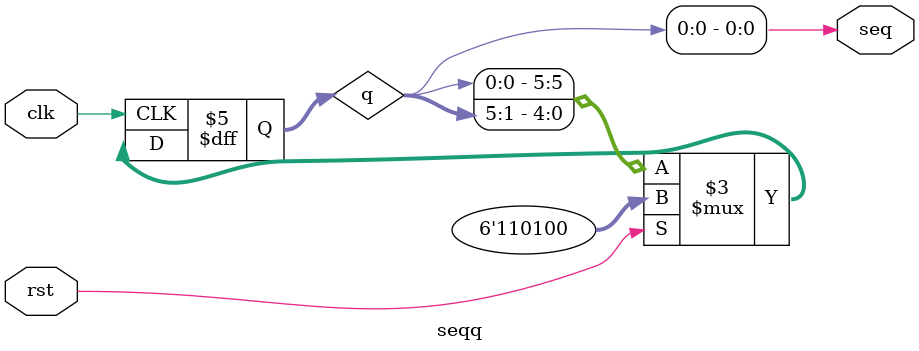
<source format=v>
module seqq(input clk,rst,output seq);

reg [5:0] q;

always @ (posedge clk)
begin
if(rst)
q <= 6'b110100;
else
q <= {q[0], q[5:1]};
end
assign seq =q[0];
endmodule
</source>
